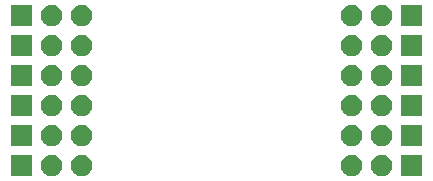
<source format=gbs>
G04 #@! TF.GenerationSoftware,KiCad,Pcbnew,5.1.5+dfsg1-2build2*
G04 #@! TF.CreationDate,2021-02-08T17:23:34+09:00*
G04 #@! TF.ProjectId,v3-pwm-buffer,76332d70-776d-42d6-9275-666665722e6b,rev?*
G04 #@! TF.SameCoordinates,Original*
G04 #@! TF.FileFunction,Soldermask,Bot*
G04 #@! TF.FilePolarity,Negative*
%FSLAX46Y46*%
G04 Gerber Fmt 4.6, Leading zero omitted, Abs format (unit mm)*
G04 Created by KiCad (PCBNEW 5.1.5+dfsg1-2build2) date 2021-02-08 17:23:34*
%MOMM*%
%LPD*%
G04 APERTURE LIST*
%ADD10C,0.100000*%
G04 APERTURE END LIST*
D10*
G36*
X54241000Y-56781000D02*
G01*
X52439000Y-56781000D01*
X52439000Y-54979000D01*
X54241000Y-54979000D01*
X54241000Y-56781000D01*
G37*
G36*
X55993512Y-54983927D02*
G01*
X56142812Y-55013624D01*
X56306784Y-55081544D01*
X56454354Y-55180147D01*
X56579853Y-55305646D01*
X56678456Y-55453216D01*
X56746376Y-55617188D01*
X56781000Y-55791259D01*
X56781000Y-55968741D01*
X56746376Y-56142812D01*
X56678456Y-56306784D01*
X56579853Y-56454354D01*
X56454354Y-56579853D01*
X56306784Y-56678456D01*
X56142812Y-56746376D01*
X55993512Y-56776073D01*
X55968742Y-56781000D01*
X55791258Y-56781000D01*
X55766488Y-56776073D01*
X55617188Y-56746376D01*
X55453216Y-56678456D01*
X55305646Y-56579853D01*
X55180147Y-56454354D01*
X55081544Y-56306784D01*
X55013624Y-56142812D01*
X54979000Y-55968741D01*
X54979000Y-55791259D01*
X55013624Y-55617188D01*
X55081544Y-55453216D01*
X55180147Y-55305646D01*
X55305646Y-55180147D01*
X55453216Y-55081544D01*
X55617188Y-55013624D01*
X55766488Y-54983927D01*
X55791258Y-54979000D01*
X55968742Y-54979000D01*
X55993512Y-54983927D01*
G37*
G36*
X58533512Y-54983927D02*
G01*
X58682812Y-55013624D01*
X58846784Y-55081544D01*
X58994354Y-55180147D01*
X59119853Y-55305646D01*
X59218456Y-55453216D01*
X59286376Y-55617188D01*
X59321000Y-55791259D01*
X59321000Y-55968741D01*
X59286376Y-56142812D01*
X59218456Y-56306784D01*
X59119853Y-56454354D01*
X58994354Y-56579853D01*
X58846784Y-56678456D01*
X58682812Y-56746376D01*
X58533512Y-56776073D01*
X58508742Y-56781000D01*
X58331258Y-56781000D01*
X58306488Y-56776073D01*
X58157188Y-56746376D01*
X57993216Y-56678456D01*
X57845646Y-56579853D01*
X57720147Y-56454354D01*
X57621544Y-56306784D01*
X57553624Y-56142812D01*
X57519000Y-55968741D01*
X57519000Y-55791259D01*
X57553624Y-55617188D01*
X57621544Y-55453216D01*
X57720147Y-55305646D01*
X57845646Y-55180147D01*
X57993216Y-55081544D01*
X58157188Y-55013624D01*
X58306488Y-54983927D01*
X58331258Y-54979000D01*
X58508742Y-54979000D01*
X58533512Y-54983927D01*
G37*
G36*
X87261000Y-56781000D02*
G01*
X85459000Y-56781000D01*
X85459000Y-54979000D01*
X87261000Y-54979000D01*
X87261000Y-56781000D01*
G37*
G36*
X81393512Y-54983927D02*
G01*
X81542812Y-55013624D01*
X81706784Y-55081544D01*
X81854354Y-55180147D01*
X81979853Y-55305646D01*
X82078456Y-55453216D01*
X82146376Y-55617188D01*
X82181000Y-55791259D01*
X82181000Y-55968741D01*
X82146376Y-56142812D01*
X82078456Y-56306784D01*
X81979853Y-56454354D01*
X81854354Y-56579853D01*
X81706784Y-56678456D01*
X81542812Y-56746376D01*
X81393512Y-56776073D01*
X81368742Y-56781000D01*
X81191258Y-56781000D01*
X81166488Y-56776073D01*
X81017188Y-56746376D01*
X80853216Y-56678456D01*
X80705646Y-56579853D01*
X80580147Y-56454354D01*
X80481544Y-56306784D01*
X80413624Y-56142812D01*
X80379000Y-55968741D01*
X80379000Y-55791259D01*
X80413624Y-55617188D01*
X80481544Y-55453216D01*
X80580147Y-55305646D01*
X80705646Y-55180147D01*
X80853216Y-55081544D01*
X81017188Y-55013624D01*
X81166488Y-54983927D01*
X81191258Y-54979000D01*
X81368742Y-54979000D01*
X81393512Y-54983927D01*
G37*
G36*
X83933512Y-54983927D02*
G01*
X84082812Y-55013624D01*
X84246784Y-55081544D01*
X84394354Y-55180147D01*
X84519853Y-55305646D01*
X84618456Y-55453216D01*
X84686376Y-55617188D01*
X84721000Y-55791259D01*
X84721000Y-55968741D01*
X84686376Y-56142812D01*
X84618456Y-56306784D01*
X84519853Y-56454354D01*
X84394354Y-56579853D01*
X84246784Y-56678456D01*
X84082812Y-56746376D01*
X83933512Y-56776073D01*
X83908742Y-56781000D01*
X83731258Y-56781000D01*
X83706488Y-56776073D01*
X83557188Y-56746376D01*
X83393216Y-56678456D01*
X83245646Y-56579853D01*
X83120147Y-56454354D01*
X83021544Y-56306784D01*
X82953624Y-56142812D01*
X82919000Y-55968741D01*
X82919000Y-55791259D01*
X82953624Y-55617188D01*
X83021544Y-55453216D01*
X83120147Y-55305646D01*
X83245646Y-55180147D01*
X83393216Y-55081544D01*
X83557188Y-55013624D01*
X83706488Y-54983927D01*
X83731258Y-54979000D01*
X83908742Y-54979000D01*
X83933512Y-54983927D01*
G37*
G36*
X87261000Y-54241000D02*
G01*
X85459000Y-54241000D01*
X85459000Y-52439000D01*
X87261000Y-52439000D01*
X87261000Y-54241000D01*
G37*
G36*
X83933512Y-52443927D02*
G01*
X84082812Y-52473624D01*
X84246784Y-52541544D01*
X84394354Y-52640147D01*
X84519853Y-52765646D01*
X84618456Y-52913216D01*
X84686376Y-53077188D01*
X84721000Y-53251259D01*
X84721000Y-53428741D01*
X84686376Y-53602812D01*
X84618456Y-53766784D01*
X84519853Y-53914354D01*
X84394354Y-54039853D01*
X84246784Y-54138456D01*
X84082812Y-54206376D01*
X83933512Y-54236073D01*
X83908742Y-54241000D01*
X83731258Y-54241000D01*
X83706488Y-54236073D01*
X83557188Y-54206376D01*
X83393216Y-54138456D01*
X83245646Y-54039853D01*
X83120147Y-53914354D01*
X83021544Y-53766784D01*
X82953624Y-53602812D01*
X82919000Y-53428741D01*
X82919000Y-53251259D01*
X82953624Y-53077188D01*
X83021544Y-52913216D01*
X83120147Y-52765646D01*
X83245646Y-52640147D01*
X83393216Y-52541544D01*
X83557188Y-52473624D01*
X83706488Y-52443927D01*
X83731258Y-52439000D01*
X83908742Y-52439000D01*
X83933512Y-52443927D01*
G37*
G36*
X58533512Y-52443927D02*
G01*
X58682812Y-52473624D01*
X58846784Y-52541544D01*
X58994354Y-52640147D01*
X59119853Y-52765646D01*
X59218456Y-52913216D01*
X59286376Y-53077188D01*
X59321000Y-53251259D01*
X59321000Y-53428741D01*
X59286376Y-53602812D01*
X59218456Y-53766784D01*
X59119853Y-53914354D01*
X58994354Y-54039853D01*
X58846784Y-54138456D01*
X58682812Y-54206376D01*
X58533512Y-54236073D01*
X58508742Y-54241000D01*
X58331258Y-54241000D01*
X58306488Y-54236073D01*
X58157188Y-54206376D01*
X57993216Y-54138456D01*
X57845646Y-54039853D01*
X57720147Y-53914354D01*
X57621544Y-53766784D01*
X57553624Y-53602812D01*
X57519000Y-53428741D01*
X57519000Y-53251259D01*
X57553624Y-53077188D01*
X57621544Y-52913216D01*
X57720147Y-52765646D01*
X57845646Y-52640147D01*
X57993216Y-52541544D01*
X58157188Y-52473624D01*
X58306488Y-52443927D01*
X58331258Y-52439000D01*
X58508742Y-52439000D01*
X58533512Y-52443927D01*
G37*
G36*
X55993512Y-52443927D02*
G01*
X56142812Y-52473624D01*
X56306784Y-52541544D01*
X56454354Y-52640147D01*
X56579853Y-52765646D01*
X56678456Y-52913216D01*
X56746376Y-53077188D01*
X56781000Y-53251259D01*
X56781000Y-53428741D01*
X56746376Y-53602812D01*
X56678456Y-53766784D01*
X56579853Y-53914354D01*
X56454354Y-54039853D01*
X56306784Y-54138456D01*
X56142812Y-54206376D01*
X55993512Y-54236073D01*
X55968742Y-54241000D01*
X55791258Y-54241000D01*
X55766488Y-54236073D01*
X55617188Y-54206376D01*
X55453216Y-54138456D01*
X55305646Y-54039853D01*
X55180147Y-53914354D01*
X55081544Y-53766784D01*
X55013624Y-53602812D01*
X54979000Y-53428741D01*
X54979000Y-53251259D01*
X55013624Y-53077188D01*
X55081544Y-52913216D01*
X55180147Y-52765646D01*
X55305646Y-52640147D01*
X55453216Y-52541544D01*
X55617188Y-52473624D01*
X55766488Y-52443927D01*
X55791258Y-52439000D01*
X55968742Y-52439000D01*
X55993512Y-52443927D01*
G37*
G36*
X54241000Y-54241000D02*
G01*
X52439000Y-54241000D01*
X52439000Y-52439000D01*
X54241000Y-52439000D01*
X54241000Y-54241000D01*
G37*
G36*
X81393512Y-52443927D02*
G01*
X81542812Y-52473624D01*
X81706784Y-52541544D01*
X81854354Y-52640147D01*
X81979853Y-52765646D01*
X82078456Y-52913216D01*
X82146376Y-53077188D01*
X82181000Y-53251259D01*
X82181000Y-53428741D01*
X82146376Y-53602812D01*
X82078456Y-53766784D01*
X81979853Y-53914354D01*
X81854354Y-54039853D01*
X81706784Y-54138456D01*
X81542812Y-54206376D01*
X81393512Y-54236073D01*
X81368742Y-54241000D01*
X81191258Y-54241000D01*
X81166488Y-54236073D01*
X81017188Y-54206376D01*
X80853216Y-54138456D01*
X80705646Y-54039853D01*
X80580147Y-53914354D01*
X80481544Y-53766784D01*
X80413624Y-53602812D01*
X80379000Y-53428741D01*
X80379000Y-53251259D01*
X80413624Y-53077188D01*
X80481544Y-52913216D01*
X80580147Y-52765646D01*
X80705646Y-52640147D01*
X80853216Y-52541544D01*
X81017188Y-52473624D01*
X81166488Y-52443927D01*
X81191258Y-52439000D01*
X81368742Y-52439000D01*
X81393512Y-52443927D01*
G37*
G36*
X87261000Y-51701000D02*
G01*
X85459000Y-51701000D01*
X85459000Y-49899000D01*
X87261000Y-49899000D01*
X87261000Y-51701000D01*
G37*
G36*
X81393512Y-49903927D02*
G01*
X81542812Y-49933624D01*
X81706784Y-50001544D01*
X81854354Y-50100147D01*
X81979853Y-50225646D01*
X82078456Y-50373216D01*
X82146376Y-50537188D01*
X82181000Y-50711259D01*
X82181000Y-50888741D01*
X82146376Y-51062812D01*
X82078456Y-51226784D01*
X81979853Y-51374354D01*
X81854354Y-51499853D01*
X81706784Y-51598456D01*
X81542812Y-51666376D01*
X81393512Y-51696073D01*
X81368742Y-51701000D01*
X81191258Y-51701000D01*
X81166488Y-51696073D01*
X81017188Y-51666376D01*
X80853216Y-51598456D01*
X80705646Y-51499853D01*
X80580147Y-51374354D01*
X80481544Y-51226784D01*
X80413624Y-51062812D01*
X80379000Y-50888741D01*
X80379000Y-50711259D01*
X80413624Y-50537188D01*
X80481544Y-50373216D01*
X80580147Y-50225646D01*
X80705646Y-50100147D01*
X80853216Y-50001544D01*
X81017188Y-49933624D01*
X81166488Y-49903927D01*
X81191258Y-49899000D01*
X81368742Y-49899000D01*
X81393512Y-49903927D01*
G37*
G36*
X58533512Y-49903927D02*
G01*
X58682812Y-49933624D01*
X58846784Y-50001544D01*
X58994354Y-50100147D01*
X59119853Y-50225646D01*
X59218456Y-50373216D01*
X59286376Y-50537188D01*
X59321000Y-50711259D01*
X59321000Y-50888741D01*
X59286376Y-51062812D01*
X59218456Y-51226784D01*
X59119853Y-51374354D01*
X58994354Y-51499853D01*
X58846784Y-51598456D01*
X58682812Y-51666376D01*
X58533512Y-51696073D01*
X58508742Y-51701000D01*
X58331258Y-51701000D01*
X58306488Y-51696073D01*
X58157188Y-51666376D01*
X57993216Y-51598456D01*
X57845646Y-51499853D01*
X57720147Y-51374354D01*
X57621544Y-51226784D01*
X57553624Y-51062812D01*
X57519000Y-50888741D01*
X57519000Y-50711259D01*
X57553624Y-50537188D01*
X57621544Y-50373216D01*
X57720147Y-50225646D01*
X57845646Y-50100147D01*
X57993216Y-50001544D01*
X58157188Y-49933624D01*
X58306488Y-49903927D01*
X58331258Y-49899000D01*
X58508742Y-49899000D01*
X58533512Y-49903927D01*
G37*
G36*
X55993512Y-49903927D02*
G01*
X56142812Y-49933624D01*
X56306784Y-50001544D01*
X56454354Y-50100147D01*
X56579853Y-50225646D01*
X56678456Y-50373216D01*
X56746376Y-50537188D01*
X56781000Y-50711259D01*
X56781000Y-50888741D01*
X56746376Y-51062812D01*
X56678456Y-51226784D01*
X56579853Y-51374354D01*
X56454354Y-51499853D01*
X56306784Y-51598456D01*
X56142812Y-51666376D01*
X55993512Y-51696073D01*
X55968742Y-51701000D01*
X55791258Y-51701000D01*
X55766488Y-51696073D01*
X55617188Y-51666376D01*
X55453216Y-51598456D01*
X55305646Y-51499853D01*
X55180147Y-51374354D01*
X55081544Y-51226784D01*
X55013624Y-51062812D01*
X54979000Y-50888741D01*
X54979000Y-50711259D01*
X55013624Y-50537188D01*
X55081544Y-50373216D01*
X55180147Y-50225646D01*
X55305646Y-50100147D01*
X55453216Y-50001544D01*
X55617188Y-49933624D01*
X55766488Y-49903927D01*
X55791258Y-49899000D01*
X55968742Y-49899000D01*
X55993512Y-49903927D01*
G37*
G36*
X54241000Y-51701000D02*
G01*
X52439000Y-51701000D01*
X52439000Y-49899000D01*
X54241000Y-49899000D01*
X54241000Y-51701000D01*
G37*
G36*
X83933512Y-49903927D02*
G01*
X84082812Y-49933624D01*
X84246784Y-50001544D01*
X84394354Y-50100147D01*
X84519853Y-50225646D01*
X84618456Y-50373216D01*
X84686376Y-50537188D01*
X84721000Y-50711259D01*
X84721000Y-50888741D01*
X84686376Y-51062812D01*
X84618456Y-51226784D01*
X84519853Y-51374354D01*
X84394354Y-51499853D01*
X84246784Y-51598456D01*
X84082812Y-51666376D01*
X83933512Y-51696073D01*
X83908742Y-51701000D01*
X83731258Y-51701000D01*
X83706488Y-51696073D01*
X83557188Y-51666376D01*
X83393216Y-51598456D01*
X83245646Y-51499853D01*
X83120147Y-51374354D01*
X83021544Y-51226784D01*
X82953624Y-51062812D01*
X82919000Y-50888741D01*
X82919000Y-50711259D01*
X82953624Y-50537188D01*
X83021544Y-50373216D01*
X83120147Y-50225646D01*
X83245646Y-50100147D01*
X83393216Y-50001544D01*
X83557188Y-49933624D01*
X83706488Y-49903927D01*
X83731258Y-49899000D01*
X83908742Y-49899000D01*
X83933512Y-49903927D01*
G37*
G36*
X87261000Y-49161000D02*
G01*
X85459000Y-49161000D01*
X85459000Y-47359000D01*
X87261000Y-47359000D01*
X87261000Y-49161000D01*
G37*
G36*
X54241000Y-49161000D02*
G01*
X52439000Y-49161000D01*
X52439000Y-47359000D01*
X54241000Y-47359000D01*
X54241000Y-49161000D01*
G37*
G36*
X55993512Y-47363927D02*
G01*
X56142812Y-47393624D01*
X56306784Y-47461544D01*
X56454354Y-47560147D01*
X56579853Y-47685646D01*
X56678456Y-47833216D01*
X56746376Y-47997188D01*
X56781000Y-48171259D01*
X56781000Y-48348741D01*
X56746376Y-48522812D01*
X56678456Y-48686784D01*
X56579853Y-48834354D01*
X56454354Y-48959853D01*
X56306784Y-49058456D01*
X56142812Y-49126376D01*
X55993512Y-49156073D01*
X55968742Y-49161000D01*
X55791258Y-49161000D01*
X55766488Y-49156073D01*
X55617188Y-49126376D01*
X55453216Y-49058456D01*
X55305646Y-48959853D01*
X55180147Y-48834354D01*
X55081544Y-48686784D01*
X55013624Y-48522812D01*
X54979000Y-48348741D01*
X54979000Y-48171259D01*
X55013624Y-47997188D01*
X55081544Y-47833216D01*
X55180147Y-47685646D01*
X55305646Y-47560147D01*
X55453216Y-47461544D01*
X55617188Y-47393624D01*
X55766488Y-47363927D01*
X55791258Y-47359000D01*
X55968742Y-47359000D01*
X55993512Y-47363927D01*
G37*
G36*
X58533512Y-47363927D02*
G01*
X58682812Y-47393624D01*
X58846784Y-47461544D01*
X58994354Y-47560147D01*
X59119853Y-47685646D01*
X59218456Y-47833216D01*
X59286376Y-47997188D01*
X59321000Y-48171259D01*
X59321000Y-48348741D01*
X59286376Y-48522812D01*
X59218456Y-48686784D01*
X59119853Y-48834354D01*
X58994354Y-48959853D01*
X58846784Y-49058456D01*
X58682812Y-49126376D01*
X58533512Y-49156073D01*
X58508742Y-49161000D01*
X58331258Y-49161000D01*
X58306488Y-49156073D01*
X58157188Y-49126376D01*
X57993216Y-49058456D01*
X57845646Y-48959853D01*
X57720147Y-48834354D01*
X57621544Y-48686784D01*
X57553624Y-48522812D01*
X57519000Y-48348741D01*
X57519000Y-48171259D01*
X57553624Y-47997188D01*
X57621544Y-47833216D01*
X57720147Y-47685646D01*
X57845646Y-47560147D01*
X57993216Y-47461544D01*
X58157188Y-47393624D01*
X58306488Y-47363927D01*
X58331258Y-47359000D01*
X58508742Y-47359000D01*
X58533512Y-47363927D01*
G37*
G36*
X81393512Y-47363927D02*
G01*
X81542812Y-47393624D01*
X81706784Y-47461544D01*
X81854354Y-47560147D01*
X81979853Y-47685646D01*
X82078456Y-47833216D01*
X82146376Y-47997188D01*
X82181000Y-48171259D01*
X82181000Y-48348741D01*
X82146376Y-48522812D01*
X82078456Y-48686784D01*
X81979853Y-48834354D01*
X81854354Y-48959853D01*
X81706784Y-49058456D01*
X81542812Y-49126376D01*
X81393512Y-49156073D01*
X81368742Y-49161000D01*
X81191258Y-49161000D01*
X81166488Y-49156073D01*
X81017188Y-49126376D01*
X80853216Y-49058456D01*
X80705646Y-48959853D01*
X80580147Y-48834354D01*
X80481544Y-48686784D01*
X80413624Y-48522812D01*
X80379000Y-48348741D01*
X80379000Y-48171259D01*
X80413624Y-47997188D01*
X80481544Y-47833216D01*
X80580147Y-47685646D01*
X80705646Y-47560147D01*
X80853216Y-47461544D01*
X81017188Y-47393624D01*
X81166488Y-47363927D01*
X81191258Y-47359000D01*
X81368742Y-47359000D01*
X81393512Y-47363927D01*
G37*
G36*
X83933512Y-47363927D02*
G01*
X84082812Y-47393624D01*
X84246784Y-47461544D01*
X84394354Y-47560147D01*
X84519853Y-47685646D01*
X84618456Y-47833216D01*
X84686376Y-47997188D01*
X84721000Y-48171259D01*
X84721000Y-48348741D01*
X84686376Y-48522812D01*
X84618456Y-48686784D01*
X84519853Y-48834354D01*
X84394354Y-48959853D01*
X84246784Y-49058456D01*
X84082812Y-49126376D01*
X83933512Y-49156073D01*
X83908742Y-49161000D01*
X83731258Y-49161000D01*
X83706488Y-49156073D01*
X83557188Y-49126376D01*
X83393216Y-49058456D01*
X83245646Y-48959853D01*
X83120147Y-48834354D01*
X83021544Y-48686784D01*
X82953624Y-48522812D01*
X82919000Y-48348741D01*
X82919000Y-48171259D01*
X82953624Y-47997188D01*
X83021544Y-47833216D01*
X83120147Y-47685646D01*
X83245646Y-47560147D01*
X83393216Y-47461544D01*
X83557188Y-47393624D01*
X83706488Y-47363927D01*
X83731258Y-47359000D01*
X83908742Y-47359000D01*
X83933512Y-47363927D01*
G37*
G36*
X54241000Y-46621000D02*
G01*
X52439000Y-46621000D01*
X52439000Y-44819000D01*
X54241000Y-44819000D01*
X54241000Y-46621000D01*
G37*
G36*
X55993512Y-44823927D02*
G01*
X56142812Y-44853624D01*
X56306784Y-44921544D01*
X56454354Y-45020147D01*
X56579853Y-45145646D01*
X56678456Y-45293216D01*
X56746376Y-45457188D01*
X56781000Y-45631259D01*
X56781000Y-45808741D01*
X56746376Y-45982812D01*
X56678456Y-46146784D01*
X56579853Y-46294354D01*
X56454354Y-46419853D01*
X56306784Y-46518456D01*
X56142812Y-46586376D01*
X55993512Y-46616073D01*
X55968742Y-46621000D01*
X55791258Y-46621000D01*
X55766488Y-46616073D01*
X55617188Y-46586376D01*
X55453216Y-46518456D01*
X55305646Y-46419853D01*
X55180147Y-46294354D01*
X55081544Y-46146784D01*
X55013624Y-45982812D01*
X54979000Y-45808741D01*
X54979000Y-45631259D01*
X55013624Y-45457188D01*
X55081544Y-45293216D01*
X55180147Y-45145646D01*
X55305646Y-45020147D01*
X55453216Y-44921544D01*
X55617188Y-44853624D01*
X55766488Y-44823927D01*
X55791258Y-44819000D01*
X55968742Y-44819000D01*
X55993512Y-44823927D01*
G37*
G36*
X58533512Y-44823927D02*
G01*
X58682812Y-44853624D01*
X58846784Y-44921544D01*
X58994354Y-45020147D01*
X59119853Y-45145646D01*
X59218456Y-45293216D01*
X59286376Y-45457188D01*
X59321000Y-45631259D01*
X59321000Y-45808741D01*
X59286376Y-45982812D01*
X59218456Y-46146784D01*
X59119853Y-46294354D01*
X58994354Y-46419853D01*
X58846784Y-46518456D01*
X58682812Y-46586376D01*
X58533512Y-46616073D01*
X58508742Y-46621000D01*
X58331258Y-46621000D01*
X58306488Y-46616073D01*
X58157188Y-46586376D01*
X57993216Y-46518456D01*
X57845646Y-46419853D01*
X57720147Y-46294354D01*
X57621544Y-46146784D01*
X57553624Y-45982812D01*
X57519000Y-45808741D01*
X57519000Y-45631259D01*
X57553624Y-45457188D01*
X57621544Y-45293216D01*
X57720147Y-45145646D01*
X57845646Y-45020147D01*
X57993216Y-44921544D01*
X58157188Y-44853624D01*
X58306488Y-44823927D01*
X58331258Y-44819000D01*
X58508742Y-44819000D01*
X58533512Y-44823927D01*
G37*
G36*
X87261000Y-46621000D02*
G01*
X85459000Y-46621000D01*
X85459000Y-44819000D01*
X87261000Y-44819000D01*
X87261000Y-46621000D01*
G37*
G36*
X83933512Y-44823927D02*
G01*
X84082812Y-44853624D01*
X84246784Y-44921544D01*
X84394354Y-45020147D01*
X84519853Y-45145646D01*
X84618456Y-45293216D01*
X84686376Y-45457188D01*
X84721000Y-45631259D01*
X84721000Y-45808741D01*
X84686376Y-45982812D01*
X84618456Y-46146784D01*
X84519853Y-46294354D01*
X84394354Y-46419853D01*
X84246784Y-46518456D01*
X84082812Y-46586376D01*
X83933512Y-46616073D01*
X83908742Y-46621000D01*
X83731258Y-46621000D01*
X83706488Y-46616073D01*
X83557188Y-46586376D01*
X83393216Y-46518456D01*
X83245646Y-46419853D01*
X83120147Y-46294354D01*
X83021544Y-46146784D01*
X82953624Y-45982812D01*
X82919000Y-45808741D01*
X82919000Y-45631259D01*
X82953624Y-45457188D01*
X83021544Y-45293216D01*
X83120147Y-45145646D01*
X83245646Y-45020147D01*
X83393216Y-44921544D01*
X83557188Y-44853624D01*
X83706488Y-44823927D01*
X83731258Y-44819000D01*
X83908742Y-44819000D01*
X83933512Y-44823927D01*
G37*
G36*
X81393512Y-44823927D02*
G01*
X81542812Y-44853624D01*
X81706784Y-44921544D01*
X81854354Y-45020147D01*
X81979853Y-45145646D01*
X82078456Y-45293216D01*
X82146376Y-45457188D01*
X82181000Y-45631259D01*
X82181000Y-45808741D01*
X82146376Y-45982812D01*
X82078456Y-46146784D01*
X81979853Y-46294354D01*
X81854354Y-46419853D01*
X81706784Y-46518456D01*
X81542812Y-46586376D01*
X81393512Y-46616073D01*
X81368742Y-46621000D01*
X81191258Y-46621000D01*
X81166488Y-46616073D01*
X81017188Y-46586376D01*
X80853216Y-46518456D01*
X80705646Y-46419853D01*
X80580147Y-46294354D01*
X80481544Y-46146784D01*
X80413624Y-45982812D01*
X80379000Y-45808741D01*
X80379000Y-45631259D01*
X80413624Y-45457188D01*
X80481544Y-45293216D01*
X80580147Y-45145646D01*
X80705646Y-45020147D01*
X80853216Y-44921544D01*
X81017188Y-44853624D01*
X81166488Y-44823927D01*
X81191258Y-44819000D01*
X81368742Y-44819000D01*
X81393512Y-44823927D01*
G37*
G36*
X87261000Y-44081000D02*
G01*
X85459000Y-44081000D01*
X85459000Y-42279000D01*
X87261000Y-42279000D01*
X87261000Y-44081000D01*
G37*
G36*
X83933512Y-42283927D02*
G01*
X84082812Y-42313624D01*
X84246784Y-42381544D01*
X84394354Y-42480147D01*
X84519853Y-42605646D01*
X84618456Y-42753216D01*
X84686376Y-42917188D01*
X84721000Y-43091259D01*
X84721000Y-43268741D01*
X84686376Y-43442812D01*
X84618456Y-43606784D01*
X84519853Y-43754354D01*
X84394354Y-43879853D01*
X84246784Y-43978456D01*
X84082812Y-44046376D01*
X83933512Y-44076073D01*
X83908742Y-44081000D01*
X83731258Y-44081000D01*
X83706488Y-44076073D01*
X83557188Y-44046376D01*
X83393216Y-43978456D01*
X83245646Y-43879853D01*
X83120147Y-43754354D01*
X83021544Y-43606784D01*
X82953624Y-43442812D01*
X82919000Y-43268741D01*
X82919000Y-43091259D01*
X82953624Y-42917188D01*
X83021544Y-42753216D01*
X83120147Y-42605646D01*
X83245646Y-42480147D01*
X83393216Y-42381544D01*
X83557188Y-42313624D01*
X83706488Y-42283927D01*
X83731258Y-42279000D01*
X83908742Y-42279000D01*
X83933512Y-42283927D01*
G37*
G36*
X81393512Y-42283927D02*
G01*
X81542812Y-42313624D01*
X81706784Y-42381544D01*
X81854354Y-42480147D01*
X81979853Y-42605646D01*
X82078456Y-42753216D01*
X82146376Y-42917188D01*
X82181000Y-43091259D01*
X82181000Y-43268741D01*
X82146376Y-43442812D01*
X82078456Y-43606784D01*
X81979853Y-43754354D01*
X81854354Y-43879853D01*
X81706784Y-43978456D01*
X81542812Y-44046376D01*
X81393512Y-44076073D01*
X81368742Y-44081000D01*
X81191258Y-44081000D01*
X81166488Y-44076073D01*
X81017188Y-44046376D01*
X80853216Y-43978456D01*
X80705646Y-43879853D01*
X80580147Y-43754354D01*
X80481544Y-43606784D01*
X80413624Y-43442812D01*
X80379000Y-43268741D01*
X80379000Y-43091259D01*
X80413624Y-42917188D01*
X80481544Y-42753216D01*
X80580147Y-42605646D01*
X80705646Y-42480147D01*
X80853216Y-42381544D01*
X81017188Y-42313624D01*
X81166488Y-42283927D01*
X81191258Y-42279000D01*
X81368742Y-42279000D01*
X81393512Y-42283927D01*
G37*
G36*
X58533512Y-42283927D02*
G01*
X58682812Y-42313624D01*
X58846784Y-42381544D01*
X58994354Y-42480147D01*
X59119853Y-42605646D01*
X59218456Y-42753216D01*
X59286376Y-42917188D01*
X59321000Y-43091259D01*
X59321000Y-43268741D01*
X59286376Y-43442812D01*
X59218456Y-43606784D01*
X59119853Y-43754354D01*
X58994354Y-43879853D01*
X58846784Y-43978456D01*
X58682812Y-44046376D01*
X58533512Y-44076073D01*
X58508742Y-44081000D01*
X58331258Y-44081000D01*
X58306488Y-44076073D01*
X58157188Y-44046376D01*
X57993216Y-43978456D01*
X57845646Y-43879853D01*
X57720147Y-43754354D01*
X57621544Y-43606784D01*
X57553624Y-43442812D01*
X57519000Y-43268741D01*
X57519000Y-43091259D01*
X57553624Y-42917188D01*
X57621544Y-42753216D01*
X57720147Y-42605646D01*
X57845646Y-42480147D01*
X57993216Y-42381544D01*
X58157188Y-42313624D01*
X58306488Y-42283927D01*
X58331258Y-42279000D01*
X58508742Y-42279000D01*
X58533512Y-42283927D01*
G37*
G36*
X55993512Y-42283927D02*
G01*
X56142812Y-42313624D01*
X56306784Y-42381544D01*
X56454354Y-42480147D01*
X56579853Y-42605646D01*
X56678456Y-42753216D01*
X56746376Y-42917188D01*
X56781000Y-43091259D01*
X56781000Y-43268741D01*
X56746376Y-43442812D01*
X56678456Y-43606784D01*
X56579853Y-43754354D01*
X56454354Y-43879853D01*
X56306784Y-43978456D01*
X56142812Y-44046376D01*
X55993512Y-44076073D01*
X55968742Y-44081000D01*
X55791258Y-44081000D01*
X55766488Y-44076073D01*
X55617188Y-44046376D01*
X55453216Y-43978456D01*
X55305646Y-43879853D01*
X55180147Y-43754354D01*
X55081544Y-43606784D01*
X55013624Y-43442812D01*
X54979000Y-43268741D01*
X54979000Y-43091259D01*
X55013624Y-42917188D01*
X55081544Y-42753216D01*
X55180147Y-42605646D01*
X55305646Y-42480147D01*
X55453216Y-42381544D01*
X55617188Y-42313624D01*
X55766488Y-42283927D01*
X55791258Y-42279000D01*
X55968742Y-42279000D01*
X55993512Y-42283927D01*
G37*
G36*
X54241000Y-44081000D02*
G01*
X52439000Y-44081000D01*
X52439000Y-42279000D01*
X54241000Y-42279000D01*
X54241000Y-44081000D01*
G37*
M02*

</source>
